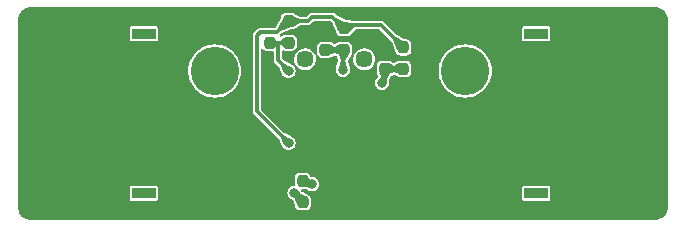
<source format=gbl>
G04 #@! TF.GenerationSoftware,KiCad,Pcbnew,8.0.1*
G04 #@! TF.CreationDate,2025-04-04T09:34:18-04:00*
G04 #@! TF.ProjectId,LVC_Custom,4c56435f-4375-4737-946f-6d2e6b696361,rev?*
G04 #@! TF.SameCoordinates,Original*
G04 #@! TF.FileFunction,Copper,L2,Bot*
G04 #@! TF.FilePolarity,Positive*
%FSLAX46Y46*%
G04 Gerber Fmt 4.6, Leading zero omitted, Abs format (unit mm)*
G04 Created by KiCad (PCBNEW 8.0.1) date 2025-04-04 09:34:18*
%MOMM*%
%LPD*%
G01*
G04 APERTURE LIST*
G04 Aperture macros list*
%AMRoundRect*
0 Rectangle with rounded corners*
0 $1 Rounding radius*
0 $2 $3 $4 $5 $6 $7 $8 $9 X,Y pos of 4 corners*
0 Add a 4 corners polygon primitive as box body*
4,1,4,$2,$3,$4,$5,$6,$7,$8,$9,$2,$3,0*
0 Add four circle primitives for the rounded corners*
1,1,$1+$1,$2,$3*
1,1,$1+$1,$4,$5*
1,1,$1+$1,$6,$7*
1,1,$1+$1,$8,$9*
0 Add four rect primitives between the rounded corners*
20,1,$1+$1,$2,$3,$4,$5,0*
20,1,$1+$1,$4,$5,$6,$7,0*
20,1,$1+$1,$6,$7,$8,$9,0*
20,1,$1+$1,$8,$9,$2,$3,0*%
G04 Aperture macros list end*
G04 #@! TA.AperFunction,ComponentPad*
%ADD10C,1.447800*%
G04 #@! TD*
G04 #@! TA.AperFunction,SMDPad,CuDef*
%ADD11RoundRect,0.237500X-0.237500X0.250000X-0.237500X-0.250000X0.237500X-0.250000X0.237500X0.250000X0*%
G04 #@! TD*
G04 #@! TA.AperFunction,ComponentPad*
%ADD12R,2.000000X0.900000*%
G04 #@! TD*
G04 #@! TA.AperFunction,ComponentPad*
%ADD13RoundRect,1.025000X-1.025000X1.025000X-1.025000X-1.025000X1.025000X-1.025000X1.025000X1.025000X0*%
G04 #@! TD*
G04 #@! TA.AperFunction,ComponentPad*
%ADD14C,4.100000*%
G04 #@! TD*
G04 #@! TA.AperFunction,SMDPad,CuDef*
%ADD15RoundRect,0.237500X0.237500X-0.250000X0.237500X0.250000X-0.237500X0.250000X-0.237500X-0.250000X0*%
G04 #@! TD*
G04 #@! TA.AperFunction,ComponentPad*
%ADD16RoundRect,1.025000X1.025000X-1.025000X1.025000X1.025000X-1.025000X1.025000X-1.025000X-1.025000X0*%
G04 #@! TD*
G04 #@! TA.AperFunction,ViaPad*
%ADD17C,0.800000*%
G04 #@! TD*
G04 #@! TA.AperFunction,Conductor*
%ADD18C,0.300000*%
G04 #@! TD*
G04 APERTURE END LIST*
D10*
X145300000Y-109401840D03*
X140300000Y-109401840D03*
D11*
X137300000Y-106175000D03*
X137300000Y-108000000D03*
D12*
X126650000Y-107250000D03*
X126650000Y-120750000D03*
D13*
X132650000Y-117600000D03*
D14*
X132650000Y-110400000D03*
D15*
X143590000Y-108612500D03*
X143590000Y-106787500D03*
X148600000Y-110225000D03*
X148600000Y-108400000D03*
X138910000Y-108000000D03*
X138910000Y-106175000D03*
D11*
X140100000Y-119687500D03*
X140100000Y-121512500D03*
D12*
X159850000Y-120750000D03*
X159850000Y-107250000D03*
D16*
X153850000Y-117600000D03*
D14*
X153850000Y-110400000D03*
D11*
X142000000Y-106787500D03*
X142000000Y-108612500D03*
D15*
X147030000Y-110225000D03*
X147030000Y-108400000D03*
D17*
X149300000Y-115400000D03*
X138000000Y-113500000D03*
X136800000Y-118800000D03*
X138900000Y-110400000D03*
X139400000Y-120700000D03*
X138900000Y-116500000D03*
X143500000Y-110300000D03*
X146800000Y-111400000D03*
X140900000Y-120000000D03*
D18*
X138000000Y-109500000D02*
X138900000Y-110400000D01*
X138000000Y-108000000D02*
X138000000Y-109500000D01*
X138000000Y-108000000D02*
X138910000Y-108000000D01*
X137300000Y-108000000D02*
X138000000Y-108000000D01*
X138000000Y-107000000D02*
X137900000Y-107100000D01*
X146687500Y-106487500D02*
X148600000Y-108400000D01*
X138910000Y-106175000D02*
X140525000Y-106175000D01*
X140100000Y-121400000D02*
X139400000Y-120700000D01*
X136200000Y-109600000D02*
X136200000Y-113800000D01*
X140525000Y-106175000D02*
X140900000Y-105800000D01*
X142602500Y-105800000D02*
X143590000Y-106787500D01*
X136200000Y-113800000D02*
X138900000Y-116500000D01*
X136500000Y-107100000D02*
X136200000Y-107400000D01*
X138825000Y-106175000D02*
X138000000Y-107000000D01*
X137900000Y-107100000D02*
X136500000Y-107100000D01*
X140900000Y-105800000D02*
X142602500Y-105800000D01*
X138910000Y-106175000D02*
X138825000Y-106175000D01*
X136200000Y-107400000D02*
X136200000Y-109600000D01*
X140100000Y-121512500D02*
X140100000Y-121400000D01*
X143590000Y-106787500D02*
X143890000Y-106487500D01*
X143890000Y-106487500D02*
X146687500Y-106487500D01*
X142000000Y-108612500D02*
X143590000Y-108612500D01*
X143500000Y-110300000D02*
X143500000Y-108702500D01*
X143500000Y-108702500D02*
X143590000Y-108612500D01*
X147030000Y-110225000D02*
X148600000Y-110225000D01*
X147030000Y-111170000D02*
X146800000Y-111400000D01*
X147030000Y-110225000D02*
X147030000Y-111170000D01*
X140587500Y-119687500D02*
X140900000Y-120000000D01*
X140100000Y-119687500D02*
X140587500Y-119687500D01*
G04 #@! TA.AperFunction,Conductor*
G36*
X170001224Y-105000030D02*
G01*
X170027839Y-105000682D01*
X170089724Y-105002198D01*
X170106613Y-105004070D01*
X170163581Y-105015401D01*
X170281428Y-105038842D01*
X170299989Y-105044473D01*
X170463530Y-105112214D01*
X170480643Y-105121361D01*
X170627818Y-105219700D01*
X170642821Y-105232012D01*
X170767987Y-105357178D01*
X170780299Y-105372181D01*
X170878638Y-105519356D01*
X170887786Y-105536471D01*
X170955524Y-105700003D01*
X170961158Y-105718576D01*
X170995929Y-105893386D01*
X170997801Y-105910273D01*
X170999970Y-105998774D01*
X171000000Y-106001200D01*
X171000000Y-121998799D01*
X170999970Y-122001225D01*
X170997801Y-122089726D01*
X170995929Y-122106613D01*
X170961158Y-122281423D01*
X170955524Y-122299996D01*
X170887786Y-122463528D01*
X170878638Y-122480643D01*
X170780299Y-122627818D01*
X170767987Y-122642821D01*
X170642821Y-122767987D01*
X170627818Y-122780299D01*
X170480643Y-122878638D01*
X170463528Y-122887786D01*
X170299996Y-122955524D01*
X170281423Y-122961158D01*
X170106613Y-122995929D01*
X170089726Y-122997801D01*
X170004410Y-122999891D01*
X170001223Y-122999970D01*
X169998800Y-123000000D01*
X117001200Y-123000000D01*
X116998776Y-122999970D01*
X116995505Y-122999889D01*
X116910273Y-122997801D01*
X116893386Y-122995929D01*
X116718576Y-122961158D01*
X116700003Y-122955524D01*
X116536471Y-122887786D01*
X116519356Y-122878638D01*
X116372181Y-122780299D01*
X116357178Y-122767987D01*
X116232012Y-122642821D01*
X116219700Y-122627818D01*
X116121361Y-122480643D01*
X116112213Y-122463528D01*
X116044473Y-122299989D01*
X116038842Y-122281428D01*
X116004070Y-122106613D01*
X116002198Y-122089724D01*
X116000030Y-122001223D01*
X116000000Y-121998799D01*
X116000000Y-121219746D01*
X125449500Y-121219746D01*
X125449501Y-121219758D01*
X125461132Y-121278227D01*
X125461134Y-121278233D01*
X125499008Y-121334914D01*
X125505448Y-121344552D01*
X125571769Y-121388867D01*
X125616231Y-121397711D01*
X125630241Y-121400498D01*
X125630246Y-121400498D01*
X125630252Y-121400500D01*
X125630253Y-121400500D01*
X127669747Y-121400500D01*
X127669748Y-121400500D01*
X127728231Y-121388867D01*
X127794552Y-121344552D01*
X127838867Y-121278231D01*
X127850500Y-121219748D01*
X127850500Y-120700000D01*
X138794318Y-120700000D01*
X138814955Y-120856758D01*
X138814957Y-120856766D01*
X138875462Y-121002838D01*
X138875462Y-121002839D01*
X138971713Y-121128276D01*
X138971718Y-121128282D01*
X138971722Y-121128285D01*
X138971723Y-121128286D01*
X139097157Y-121224535D01*
X139097158Y-121224535D01*
X139097159Y-121224536D01*
X139113350Y-121231242D01*
X139137621Y-121241296D01*
X139160009Y-121254222D01*
X139165828Y-121258688D01*
X139165833Y-121258690D01*
X139165834Y-121258691D01*
X139233805Y-121292217D01*
X139277629Y-121334914D01*
X139283107Y-121347324D01*
X139418595Y-121721823D01*
X139424500Y-121755503D01*
X139424500Y-121815266D01*
X139427274Y-121844844D01*
X139427276Y-121844852D01*
X139470884Y-121969476D01*
X139494316Y-122001225D01*
X139549289Y-122075711D01*
X139549292Y-122075713D01*
X139549293Y-122075714D01*
X139655523Y-122154115D01*
X139655524Y-122154115D01*
X139655525Y-122154116D01*
X139780151Y-122197725D01*
X139807441Y-122200284D01*
X139809733Y-122200499D01*
X139809738Y-122200500D01*
X139809744Y-122200500D01*
X140390262Y-122200500D01*
X140390265Y-122200499D01*
X140419849Y-122197725D01*
X140544475Y-122154116D01*
X140650711Y-122075711D01*
X140729116Y-121969475D01*
X140772725Y-121844849D01*
X140775500Y-121815256D01*
X140775500Y-121219746D01*
X158649500Y-121219746D01*
X158649501Y-121219758D01*
X158661132Y-121278227D01*
X158661134Y-121278233D01*
X158699008Y-121334914D01*
X158705448Y-121344552D01*
X158771769Y-121388867D01*
X158816231Y-121397711D01*
X158830241Y-121400498D01*
X158830246Y-121400498D01*
X158830252Y-121400500D01*
X158830253Y-121400500D01*
X160869747Y-121400500D01*
X160869748Y-121400500D01*
X160928231Y-121388867D01*
X160994552Y-121344552D01*
X161038867Y-121278231D01*
X161050500Y-121219748D01*
X161050500Y-120280252D01*
X161048803Y-120271723D01*
X161047711Y-120266231D01*
X161038867Y-120221769D01*
X160994552Y-120155448D01*
X160933954Y-120114957D01*
X160928233Y-120111134D01*
X160928231Y-120111133D01*
X160928228Y-120111132D01*
X160928227Y-120111132D01*
X160869758Y-120099501D01*
X160869748Y-120099500D01*
X158830252Y-120099500D01*
X158830251Y-120099500D01*
X158830241Y-120099501D01*
X158771772Y-120111132D01*
X158771766Y-120111134D01*
X158705451Y-120155445D01*
X158705445Y-120155451D01*
X158661134Y-120221766D01*
X158661132Y-120221772D01*
X158649501Y-120280241D01*
X158649500Y-120280253D01*
X158649500Y-121219746D01*
X140775500Y-121219746D01*
X140775500Y-121209744D01*
X140775500Y-121209738D01*
X140775499Y-121209733D01*
X140772725Y-121180155D01*
X140772725Y-121180151D01*
X140729116Y-121055525D01*
X140690232Y-121002839D01*
X140650714Y-120949293D01*
X140650713Y-120949292D01*
X140650711Y-120949289D01*
X140650706Y-120949285D01*
X140544476Y-120870884D01*
X140419852Y-120827276D01*
X140419851Y-120827275D01*
X140419849Y-120827275D01*
X140419847Y-120827274D01*
X140419844Y-120827274D01*
X140390266Y-120824500D01*
X140387950Y-120824392D01*
X140387955Y-120824283D01*
X140387950Y-120824283D01*
X140387960Y-120824174D01*
X140387996Y-120823406D01*
X140346277Y-120813090D01*
X140082467Y-120674119D01*
X140039821Y-120630322D01*
X139987645Y-120524537D01*
X139984565Y-120518292D01*
X139975782Y-120457740D01*
X140004267Y-120403590D01*
X140059141Y-120376525D01*
X140073353Y-120375500D01*
X140343994Y-120375500D01*
X140348592Y-120375607D01*
X140381542Y-120377139D01*
X140381487Y-120378314D01*
X140435424Y-120392793D01*
X140455067Y-120409585D01*
X140458432Y-120413326D01*
X140458436Y-120413330D01*
X140462566Y-120417773D01*
X140462355Y-120417968D01*
X140470190Y-120426291D01*
X140471718Y-120428282D01*
X140597159Y-120524536D01*
X140597160Y-120524536D01*
X140597161Y-120524537D01*
X140743233Y-120585042D01*
X140743238Y-120585044D01*
X140860809Y-120600522D01*
X140899999Y-120605682D01*
X140900000Y-120605682D01*
X140900001Y-120605682D01*
X140931352Y-120601554D01*
X141056762Y-120585044D01*
X141202841Y-120524536D01*
X141328282Y-120428282D01*
X141424536Y-120302841D01*
X141485044Y-120156762D01*
X141505682Y-120000000D01*
X141485044Y-119843238D01*
X141424537Y-119697161D01*
X141424537Y-119697160D01*
X141328286Y-119571723D01*
X141328285Y-119571722D01*
X141328282Y-119571718D01*
X141328277Y-119571714D01*
X141328276Y-119571713D01*
X141202838Y-119475462D01*
X141056762Y-119414956D01*
X141056762Y-119414955D01*
X140922503Y-119397280D01*
X140913261Y-119395309D01*
X140913259Y-119395324D01*
X140908481Y-119394399D01*
X140894213Y-119393069D01*
X140838030Y-119368840D01*
X140827307Y-119357820D01*
X140746159Y-119260297D01*
X140732914Y-119236908D01*
X140732582Y-119237084D01*
X140729118Y-119230530D01*
X140729116Y-119230525D01*
X140650711Y-119124289D01*
X140650706Y-119124285D01*
X140544476Y-119045884D01*
X140419852Y-119002276D01*
X140419851Y-119002275D01*
X140419849Y-119002275D01*
X140419847Y-119002274D01*
X140419844Y-119002274D01*
X140390266Y-118999500D01*
X140390256Y-118999500D01*
X139809744Y-118999500D01*
X139809733Y-118999500D01*
X139780155Y-119002274D01*
X139780147Y-119002276D01*
X139655523Y-119045884D01*
X139549293Y-119124285D01*
X139549285Y-119124293D01*
X139470884Y-119230523D01*
X139427276Y-119355147D01*
X139427274Y-119355155D01*
X139424500Y-119384733D01*
X139424500Y-119990253D01*
X139424937Y-119994913D01*
X139411545Y-120054615D01*
X139365619Y-120095044D01*
X139339292Y-120102310D01*
X139243240Y-120114955D01*
X139243233Y-120114957D01*
X139097161Y-120175462D01*
X139097160Y-120175462D01*
X138971723Y-120271713D01*
X138971713Y-120271723D01*
X138875462Y-120397160D01*
X138875462Y-120397161D01*
X138814957Y-120543233D01*
X138814955Y-120543241D01*
X138794318Y-120699999D01*
X138794318Y-120700000D01*
X127850500Y-120700000D01*
X127850500Y-120280252D01*
X127848803Y-120271723D01*
X127847711Y-120266231D01*
X127838867Y-120221769D01*
X127794552Y-120155448D01*
X127733954Y-120114957D01*
X127728233Y-120111134D01*
X127728231Y-120111133D01*
X127728228Y-120111132D01*
X127728227Y-120111132D01*
X127669758Y-120099501D01*
X127669748Y-120099500D01*
X125630252Y-120099500D01*
X125630251Y-120099500D01*
X125630241Y-120099501D01*
X125571772Y-120111132D01*
X125571766Y-120111134D01*
X125505451Y-120155445D01*
X125505445Y-120155451D01*
X125461134Y-120221766D01*
X125461132Y-120221772D01*
X125449501Y-120280241D01*
X125449500Y-120280253D01*
X125449500Y-121219746D01*
X116000000Y-121219746D01*
X116000000Y-113846144D01*
X135849500Y-113846144D01*
X135873386Y-113935288D01*
X135919530Y-114015212D01*
X137544835Y-115640517D01*
X138040517Y-116136199D01*
X138059300Y-116162410D01*
X138341309Y-116734168D01*
X138341312Y-116734173D01*
X138347005Y-116741857D01*
X138358919Y-116762900D01*
X138375464Y-116802841D01*
X138471718Y-116928282D01*
X138597159Y-117024536D01*
X138743238Y-117085044D01*
X138860809Y-117100522D01*
X138899999Y-117105682D01*
X138900000Y-117105682D01*
X138900001Y-117105682D01*
X138931352Y-117101554D01*
X139056762Y-117085044D01*
X139202841Y-117024536D01*
X139328282Y-116928282D01*
X139424536Y-116802841D01*
X139485044Y-116656762D01*
X139505682Y-116500000D01*
X139485044Y-116343238D01*
X139424537Y-116197161D01*
X139424537Y-116197160D01*
X139328286Y-116071723D01*
X139328285Y-116071722D01*
X139328282Y-116071718D01*
X139328277Y-116071714D01*
X139328276Y-116071713D01*
X139274897Y-116030754D01*
X139202841Y-115975464D01*
X139202839Y-115975463D01*
X139162375Y-115958702D01*
X139139989Y-115945776D01*
X139134171Y-115941311D01*
X139134169Y-115941310D01*
X139134168Y-115941309D01*
X139134164Y-115941307D01*
X138562410Y-115659300D01*
X138536199Y-115640517D01*
X136579496Y-113683814D01*
X136551719Y-113629297D01*
X136550500Y-113613810D01*
X136550500Y-111400000D01*
X146194318Y-111400000D01*
X146214955Y-111556758D01*
X146214957Y-111556766D01*
X146275462Y-111702838D01*
X146275462Y-111702839D01*
X146371713Y-111828276D01*
X146371718Y-111828282D01*
X146497159Y-111924536D01*
X146643238Y-111985044D01*
X146760809Y-112000522D01*
X146799999Y-112005682D01*
X146800000Y-112005682D01*
X146800001Y-112005682D01*
X146831352Y-112001554D01*
X146956762Y-111985044D01*
X147102841Y-111924536D01*
X147228282Y-111828282D01*
X147324536Y-111702841D01*
X147385044Y-111556762D01*
X147405682Y-111400000D01*
X147405682Y-111399998D01*
X147405682Y-111397353D01*
X147405373Y-111387144D01*
X147405220Y-111387149D01*
X147401212Y-111243241D01*
X147400605Y-111221437D01*
X147411115Y-111174218D01*
X147583586Y-110831130D01*
X147626612Y-110787632D01*
X147769754Y-110714078D01*
X147830149Y-110704300D01*
X147860243Y-110714078D01*
X148144831Y-110860316D01*
X148151887Y-110864693D01*
X148156774Y-110867276D01*
X148166514Y-110871458D01*
X148168622Y-110872541D01*
X148207301Y-110885044D01*
X148217853Y-110888455D01*
X148220095Y-110889210D01*
X148280151Y-110910225D01*
X148307441Y-110912784D01*
X148309733Y-110912999D01*
X148309738Y-110913000D01*
X148309744Y-110913000D01*
X148890262Y-110913000D01*
X148890265Y-110912999D01*
X148919849Y-110910225D01*
X149044475Y-110866616D01*
X149150711Y-110788211D01*
X149229116Y-110681975D01*
X149272725Y-110557349D01*
X149275500Y-110527756D01*
X149275500Y-110400000D01*
X151594671Y-110400000D01*
X151613965Y-110694377D01*
X151635431Y-110802293D01*
X151671519Y-110983722D01*
X151671520Y-110983726D01*
X151671521Y-110983729D01*
X151766347Y-111263075D01*
X151766352Y-111263086D01*
X151896828Y-111527665D01*
X152060724Y-111772953D01*
X152060734Y-111772965D01*
X152193659Y-111924537D01*
X152255242Y-111994758D01*
X152477043Y-112189273D01*
X152722335Y-112353172D01*
X152986923Y-112483652D01*
X153266278Y-112578481D01*
X153555620Y-112636034D01*
X153850000Y-112655329D01*
X154144380Y-112636034D01*
X154433722Y-112578481D01*
X154713077Y-112483652D01*
X154977665Y-112353172D01*
X155222957Y-112189273D01*
X155444758Y-111994758D01*
X155639273Y-111772957D01*
X155803172Y-111527665D01*
X155933652Y-111263077D01*
X156028481Y-110983722D01*
X156086034Y-110694380D01*
X156105329Y-110400000D01*
X156086034Y-110105620D01*
X156028481Y-109816278D01*
X155933652Y-109536923D01*
X155803172Y-109272336D01*
X155639273Y-109027043D01*
X155490127Y-108856975D01*
X155444766Y-108805251D01*
X155444765Y-108805250D01*
X155444758Y-108805242D01*
X155371383Y-108740894D01*
X155222965Y-108610734D01*
X155222955Y-108610726D01*
X155151844Y-108563211D01*
X154977665Y-108446828D01*
X154713086Y-108316352D01*
X154713075Y-108316347D01*
X154433729Y-108221521D01*
X154433726Y-108221520D01*
X154433722Y-108221519D01*
X154259805Y-108186925D01*
X154144377Y-108163965D01*
X153850000Y-108144671D01*
X153555622Y-108163965D01*
X153383258Y-108198250D01*
X153266278Y-108221519D01*
X153266275Y-108221519D01*
X153266270Y-108221521D01*
X152986924Y-108316347D01*
X152986913Y-108316352D01*
X152722336Y-108446827D01*
X152477043Y-108610726D01*
X152477034Y-108610734D01*
X152255251Y-108805233D01*
X152255233Y-108805251D01*
X152060734Y-109027034D01*
X152060726Y-109027043D01*
X151896827Y-109272336D01*
X151766352Y-109536913D01*
X151766347Y-109536924D01*
X151671521Y-109816270D01*
X151671519Y-109816275D01*
X151671519Y-109816278D01*
X151650443Y-109922238D01*
X151613965Y-110105622D01*
X151594671Y-110399999D01*
X151594671Y-110400000D01*
X149275500Y-110400000D01*
X149275500Y-109922244D01*
X149275500Y-109922238D01*
X149275499Y-109922233D01*
X149272725Y-109892655D01*
X149272725Y-109892651D01*
X149229116Y-109768025D01*
X149205419Y-109735917D01*
X149150714Y-109661793D01*
X149150713Y-109661792D01*
X149150711Y-109661789D01*
X149150706Y-109661785D01*
X149044476Y-109583384D01*
X148919852Y-109539776D01*
X148919851Y-109539775D01*
X148919849Y-109539775D01*
X148919847Y-109539774D01*
X148919844Y-109539774D01*
X148890266Y-109537000D01*
X148890256Y-109537000D01*
X148309744Y-109537000D01*
X148309733Y-109537000D01*
X148280154Y-109539774D01*
X148280151Y-109539774D01*
X148280151Y-109539775D01*
X148261949Y-109546144D01*
X148192283Y-109570521D01*
X148186791Y-109572265D01*
X148168616Y-109577459D01*
X148166493Y-109578550D01*
X148156768Y-109582726D01*
X148151874Y-109585313D01*
X148144837Y-109589678D01*
X147860245Y-109735917D01*
X147799847Y-109745696D01*
X147769750Y-109735917D01*
X147485171Y-109589684D01*
X147478134Y-109585318D01*
X147473236Y-109582729D01*
X147463493Y-109578544D01*
X147461380Y-109577458D01*
X147412288Y-109561592D01*
X147410038Y-109560835D01*
X147353013Y-109540882D01*
X147349849Y-109539775D01*
X147349848Y-109539774D01*
X147349846Y-109539774D01*
X147320266Y-109537000D01*
X147320256Y-109537000D01*
X146739744Y-109537000D01*
X146739733Y-109537000D01*
X146710155Y-109539774D01*
X146710147Y-109539776D01*
X146585523Y-109583384D01*
X146479293Y-109661785D01*
X146479285Y-109661793D01*
X146400884Y-109768023D01*
X146357276Y-109892647D01*
X146357274Y-109892655D01*
X146354500Y-109922233D01*
X146354500Y-110527766D01*
X146357274Y-110557344D01*
X146357276Y-110557352D01*
X146400882Y-110681971D01*
X146400884Y-110681975D01*
X146425008Y-110714663D01*
X146427858Y-110718736D01*
X146455278Y-110760085D01*
X146471680Y-110819030D01*
X146450303Y-110876360D01*
X146448818Y-110878185D01*
X146366132Y-110977386D01*
X146365723Y-110978098D01*
X146358432Y-110989032D01*
X146275465Y-111097157D01*
X146275463Y-111097160D01*
X146243545Y-111174218D01*
X146223986Y-111221439D01*
X146214957Y-111243236D01*
X146214955Y-111243241D01*
X146194318Y-111399999D01*
X146194318Y-111400000D01*
X136550500Y-111400000D01*
X136550500Y-108594718D01*
X136569407Y-108536527D01*
X136618907Y-108500563D01*
X136680093Y-108500563D01*
X136729155Y-108535930D01*
X136749289Y-108563211D01*
X136749292Y-108563213D01*
X136749293Y-108563214D01*
X136855523Y-108641615D01*
X136855524Y-108641615D01*
X136855525Y-108641616D01*
X136980151Y-108685225D01*
X137007441Y-108687784D01*
X137009733Y-108687999D01*
X137009738Y-108688000D01*
X137550500Y-108688000D01*
X137608691Y-108706907D01*
X137644655Y-108756407D01*
X137649500Y-108787000D01*
X137649500Y-109546146D01*
X137662336Y-109594048D01*
X137662336Y-109594050D01*
X137662337Y-109594050D01*
X137662337Y-109594051D01*
X137673386Y-109635288D01*
X137719530Y-109715212D01*
X137719532Y-109715214D01*
X138040517Y-110036200D01*
X138059300Y-110062410D01*
X138341309Y-110634168D01*
X138341312Y-110634173D01*
X138347005Y-110641857D01*
X138358919Y-110662900D01*
X138375464Y-110702841D01*
X138375465Y-110702843D01*
X138375466Y-110702844D01*
X138468843Y-110824536D01*
X138471718Y-110828282D01*
X138471722Y-110828285D01*
X138471723Y-110828286D01*
X138501082Y-110850813D01*
X138597159Y-110924536D01*
X138743238Y-110985044D01*
X138860809Y-111000522D01*
X138899999Y-111005682D01*
X138900000Y-111005682D01*
X138900001Y-111005682D01*
X138931352Y-111001554D01*
X139056762Y-110985044D01*
X139202841Y-110924536D01*
X139328282Y-110828282D01*
X139424536Y-110702841D01*
X139485044Y-110556762D01*
X139505682Y-110400000D01*
X139485044Y-110243238D01*
X139425528Y-110099556D01*
X139420728Y-110038560D01*
X139422736Y-110035281D01*
X139389497Y-110031788D01*
X139351222Y-110001614D01*
X139328286Y-109971723D01*
X139328285Y-109971722D01*
X139328282Y-109971718D01*
X139328277Y-109971714D01*
X139328276Y-109971713D01*
X139263792Y-109922233D01*
X139202841Y-109875464D01*
X139202839Y-109875463D01*
X139162375Y-109858702D01*
X139139989Y-109845776D01*
X139134171Y-109841311D01*
X139134169Y-109841310D01*
X139134168Y-109841309D01*
X139134164Y-109841307D01*
X138562410Y-109559300D01*
X138536199Y-109540517D01*
X138397522Y-109401840D01*
X139370508Y-109401840D01*
X139390710Y-109594051D01*
X139390820Y-109595092D01*
X139450867Y-109779898D01*
X139515501Y-109891849D01*
X139528222Y-109951696D01*
X139521850Y-109966007D01*
X139568720Y-109977260D01*
X139590564Y-109995427D01*
X139678042Y-110092582D01*
X139678043Y-110092583D01*
X139678047Y-110092585D01*
X139678048Y-110092587D01*
X139835254Y-110206804D01*
X139835259Y-110206806D01*
X139835264Y-110206809D01*
X140012764Y-110285836D01*
X140012771Y-110285839D01*
X140202842Y-110326240D01*
X140202845Y-110326240D01*
X140397155Y-110326240D01*
X140397158Y-110326240D01*
X140587229Y-110285839D01*
X140764746Y-110206804D01*
X140921952Y-110092587D01*
X141051975Y-109948182D01*
X141149133Y-109779898D01*
X141209180Y-109595092D01*
X141229492Y-109401840D01*
X141209180Y-109208588D01*
X141188547Y-109145089D01*
X141188547Y-109083905D01*
X141206358Y-109059388D01*
X141165012Y-109041254D01*
X141150463Y-109023389D01*
X141306990Y-109023389D01*
X141340892Y-109034404D01*
X141366264Y-109063663D01*
X141366478Y-109063506D01*
X141368481Y-109066221D01*
X141370229Y-109068236D01*
X141370885Y-109069477D01*
X141449285Y-109175706D01*
X141449289Y-109175711D01*
X141449292Y-109175713D01*
X141449293Y-109175714D01*
X141555523Y-109254115D01*
X141555524Y-109254115D01*
X141555525Y-109254116D01*
X141680151Y-109297725D01*
X141707441Y-109300284D01*
X141709733Y-109300499D01*
X141709738Y-109300500D01*
X141709744Y-109300500D01*
X142290262Y-109300500D01*
X142290265Y-109300499D01*
X142319849Y-109297725D01*
X142407746Y-109266967D01*
X142413214Y-109265230D01*
X142431377Y-109260041D01*
X142433464Y-109258968D01*
X142443216Y-109254779D01*
X142444462Y-109254120D01*
X142444475Y-109254116D01*
X142444485Y-109254108D01*
X142448120Y-109252188D01*
X142455167Y-109247815D01*
X142749754Y-109096439D01*
X142810150Y-109086661D01*
X142840243Y-109096439D01*
X142957491Y-109156687D01*
X143000607Y-109200100D01*
X143005716Y-109212124D01*
X143108541Y-109506782D01*
X143109862Y-109567953D01*
X143108817Y-109571216D01*
X142939362Y-110070529D01*
X142939361Y-110070535D01*
X142937949Y-110080013D01*
X142931495Y-110103306D01*
X142914956Y-110143237D01*
X142914955Y-110143238D01*
X142894318Y-110299999D01*
X142894318Y-110300000D01*
X142914955Y-110456758D01*
X142914957Y-110456766D01*
X142975462Y-110602838D01*
X142975462Y-110602839D01*
X143064393Y-110718736D01*
X143071718Y-110728282D01*
X143197159Y-110824536D01*
X143197160Y-110824536D01*
X143197161Y-110824537D01*
X143322273Y-110876360D01*
X143343238Y-110885044D01*
X143460809Y-110900522D01*
X143499999Y-110905682D01*
X143500000Y-110905682D01*
X143500001Y-110905682D01*
X143531352Y-110901554D01*
X143656762Y-110885044D01*
X143802841Y-110824536D01*
X143928282Y-110728282D01*
X144024536Y-110602841D01*
X144085044Y-110456762D01*
X144105682Y-110300000D01*
X144085044Y-110143238D01*
X144068282Y-110102771D01*
X144061593Y-110077801D01*
X144060637Y-110070532D01*
X143908161Y-109621251D01*
X143907365Y-109560073D01*
X143918425Y-109536228D01*
X144004100Y-109401840D01*
X144370508Y-109401840D01*
X144390710Y-109594051D01*
X144390820Y-109595092D01*
X144450867Y-109779898D01*
X144548025Y-109948182D01*
X144678048Y-110092587D01*
X144835254Y-110206804D01*
X144835259Y-110206806D01*
X144835264Y-110206809D01*
X145012764Y-110285836D01*
X145012771Y-110285839D01*
X145202842Y-110326240D01*
X145202845Y-110326240D01*
X145397155Y-110326240D01*
X145397158Y-110326240D01*
X145587229Y-110285839D01*
X145764746Y-110206804D01*
X145921952Y-110092587D01*
X146051975Y-109948182D01*
X146149133Y-109779898D01*
X146209180Y-109595092D01*
X146229492Y-109401840D01*
X146209180Y-109208588D01*
X146149133Y-109023782D01*
X146051975Y-108855498D01*
X145921952Y-108711093D01*
X145764746Y-108596876D01*
X145764742Y-108596874D01*
X145764735Y-108596870D01*
X145587235Y-108517843D01*
X145587230Y-108517841D01*
X145587229Y-108517841D01*
X145587226Y-108517840D01*
X145587225Y-108517840D01*
X145551073Y-108510155D01*
X145397158Y-108477440D01*
X145202842Y-108477440D01*
X145081642Y-108503201D01*
X145012774Y-108517840D01*
X145012764Y-108517843D01*
X144835264Y-108596870D01*
X144835257Y-108596874D01*
X144678046Y-108711094D01*
X144558824Y-108843504D01*
X144548025Y-108855498D01*
X144450867Y-109023782D01*
X144425920Y-109100560D01*
X144390820Y-109208586D01*
X144370508Y-109401840D01*
X144004100Y-109401840D01*
X144194378Y-109103375D01*
X144198165Y-109097861D01*
X144219116Y-109069475D01*
X144262725Y-108944849D01*
X144265500Y-108915256D01*
X144265500Y-108309744D01*
X144265500Y-108309738D01*
X144265499Y-108309733D01*
X144262725Y-108280155D01*
X144262725Y-108280151D01*
X144219116Y-108155525D01*
X144211105Y-108144671D01*
X144140714Y-108049293D01*
X144140713Y-108049292D01*
X144140711Y-108049289D01*
X144140706Y-108049285D01*
X144034476Y-107970884D01*
X143909852Y-107927276D01*
X143909851Y-107927275D01*
X143909849Y-107927275D01*
X143909847Y-107927274D01*
X143909844Y-107927274D01*
X143880266Y-107924500D01*
X143880256Y-107924500D01*
X143299744Y-107924500D01*
X143299733Y-107924500D01*
X143270154Y-107927274D01*
X143182283Y-107958021D01*
X143176791Y-107959765D01*
X143158616Y-107964959D01*
X143156493Y-107966050D01*
X143146768Y-107970226D01*
X143141878Y-107972811D01*
X143134838Y-107977178D01*
X142840246Y-108128556D01*
X142779847Y-108138335D01*
X142749750Y-108128556D01*
X142455171Y-107977184D01*
X142448134Y-107972818D01*
X142443236Y-107970229D01*
X142433493Y-107966044D01*
X142431380Y-107964958D01*
X142382288Y-107949092D01*
X142380038Y-107948335D01*
X142319846Y-107927274D01*
X142290266Y-107924500D01*
X142290256Y-107924500D01*
X141709744Y-107924500D01*
X141709733Y-107924500D01*
X141680155Y-107927274D01*
X141680147Y-107927276D01*
X141555523Y-107970884D01*
X141449293Y-108049285D01*
X141449285Y-108049293D01*
X141370884Y-108155523D01*
X141327276Y-108280147D01*
X141327274Y-108280155D01*
X141324500Y-108309733D01*
X141324500Y-108915266D01*
X141327274Y-108944850D01*
X141327569Y-108946198D01*
X141327482Y-108947066D01*
X141327837Y-108950846D01*
X141327099Y-108950915D01*
X141321510Y-109007083D01*
X141306990Y-109023389D01*
X141150463Y-109023389D01*
X141145113Y-109016820D01*
X141051975Y-108855498D01*
X140921952Y-108711093D01*
X140764746Y-108596876D01*
X140764742Y-108596874D01*
X140764735Y-108596870D01*
X140587235Y-108517843D01*
X140587230Y-108517841D01*
X140587229Y-108517841D01*
X140587226Y-108517840D01*
X140587225Y-108517840D01*
X140551073Y-108510155D01*
X140397158Y-108477440D01*
X140202842Y-108477440D01*
X140081642Y-108503201D01*
X140012774Y-108517840D01*
X140012764Y-108517843D01*
X139835264Y-108596870D01*
X139835257Y-108596874D01*
X139678046Y-108711094D01*
X139558824Y-108843504D01*
X139548025Y-108855498D01*
X139450867Y-109023782D01*
X139425920Y-109100560D01*
X139390820Y-109208586D01*
X139370508Y-109401840D01*
X138397522Y-109401840D01*
X138379496Y-109383814D01*
X138351719Y-109329297D01*
X138350500Y-109313810D01*
X138350500Y-108740894D01*
X138369407Y-108682703D01*
X138418907Y-108646739D01*
X138480093Y-108646739D01*
X138482181Y-108647444D01*
X138590151Y-108685225D01*
X138617441Y-108687784D01*
X138619733Y-108687999D01*
X138619738Y-108688000D01*
X138619744Y-108688000D01*
X139200262Y-108688000D01*
X139200265Y-108687999D01*
X139229849Y-108685225D01*
X139354475Y-108641616D01*
X139460711Y-108563211D01*
X139539116Y-108456975D01*
X139582725Y-108332349D01*
X139585500Y-108302756D01*
X139585500Y-107697244D01*
X139585500Y-107697238D01*
X139585499Y-107697233D01*
X139582725Y-107667655D01*
X139582725Y-107667651D01*
X139539116Y-107543025D01*
X139503041Y-107494145D01*
X139460714Y-107436793D01*
X139460713Y-107436792D01*
X139460711Y-107436789D01*
X139460706Y-107436785D01*
X139354476Y-107358384D01*
X139229852Y-107314776D01*
X139229851Y-107314775D01*
X139229849Y-107314775D01*
X139229847Y-107314774D01*
X139229844Y-107314774D01*
X139200266Y-107312000D01*
X139200256Y-107312000D01*
X138619744Y-107312000D01*
X138619733Y-107312000D01*
X138590155Y-107314774D01*
X138590147Y-107314776D01*
X138465528Y-107358382D01*
X138465523Y-107358385D01*
X138398019Y-107408204D01*
X138382841Y-107416994D01*
X138382844Y-107417000D01*
X138382430Y-107417232D01*
X138379071Y-107419178D01*
X138378854Y-107419273D01*
X138378606Y-107419382D01*
X138378599Y-107419386D01*
X138297277Y-107476280D01*
X138238758Y-107494145D01*
X138180914Y-107474202D01*
X138145840Y-107424067D01*
X138146933Y-107362892D01*
X138170518Y-107325162D01*
X138201288Y-107294391D01*
X138201291Y-107294390D01*
X138215211Y-107280470D01*
X138215212Y-107280470D01*
X138322915Y-107172765D01*
X138358295Y-107150022D01*
X139110582Y-106869249D01*
X139145199Y-106863000D01*
X139200262Y-106863000D01*
X139200265Y-106862999D01*
X139229849Y-106860225D01*
X139317746Y-106829467D01*
X139323214Y-106827730D01*
X139341377Y-106822541D01*
X139343464Y-106821468D01*
X139353216Y-106817279D01*
X139354462Y-106816620D01*
X139354475Y-106816616D01*
X139354485Y-106816607D01*
X139358123Y-106814686D01*
X139365173Y-106810312D01*
X139752791Y-106611133D01*
X139898139Y-106536445D01*
X139943386Y-106525500D01*
X140571142Y-106525500D01*
X140571144Y-106525500D01*
X140660288Y-106501614D01*
X140740212Y-106455470D01*
X140942582Y-106253100D01*
X141016187Y-106179496D01*
X141070703Y-106151719D01*
X141086190Y-106150500D01*
X142416310Y-106150500D01*
X142474501Y-106169407D01*
X142486314Y-106179496D01*
X142547114Y-106240296D01*
X142567361Y-106269608D01*
X142834908Y-106863000D01*
X142905751Y-107020121D01*
X142914500Y-107060813D01*
X142914500Y-107090266D01*
X142917274Y-107119844D01*
X142917276Y-107119852D01*
X142960884Y-107244476D01*
X143012767Y-107314775D01*
X143039289Y-107350711D01*
X143039292Y-107350713D01*
X143039293Y-107350714D01*
X143145523Y-107429115D01*
X143145524Y-107429115D01*
X143145525Y-107429116D01*
X143270151Y-107472725D01*
X143297441Y-107475284D01*
X143299733Y-107475499D01*
X143299738Y-107475500D01*
X143299744Y-107475500D01*
X143880262Y-107475500D01*
X143880265Y-107475499D01*
X143909849Y-107472725D01*
X144034475Y-107429116D01*
X144140711Y-107350711D01*
X144195845Y-107276005D01*
X144204602Y-107265699D01*
X144592438Y-106867890D01*
X144646597Y-106839423D01*
X144663324Y-106838000D01*
X146501310Y-106838000D01*
X146559501Y-106856907D01*
X146571314Y-106866996D01*
X147557114Y-107852796D01*
X147577361Y-107882108D01*
X147617093Y-107970229D01*
X147905882Y-108610734D01*
X147915751Y-108632621D01*
X147924500Y-108673313D01*
X147924500Y-108702766D01*
X147927274Y-108732344D01*
X147927276Y-108732352D01*
X147970884Y-108856976D01*
X148040163Y-108950846D01*
X148049289Y-108963211D01*
X148049292Y-108963213D01*
X148049293Y-108963214D01*
X148155523Y-109041615D01*
X148155524Y-109041615D01*
X148155525Y-109041616D01*
X148280151Y-109085225D01*
X148307441Y-109087784D01*
X148309733Y-109087999D01*
X148309738Y-109088000D01*
X148309744Y-109088000D01*
X148890262Y-109088000D01*
X148890265Y-109087999D01*
X148919849Y-109085225D01*
X149044475Y-109041616D01*
X149150711Y-108963211D01*
X149229116Y-108856975D01*
X149272725Y-108732349D01*
X149275500Y-108702756D01*
X149275500Y-108097244D01*
X149275500Y-108097238D01*
X149275499Y-108097233D01*
X149272725Y-108067655D01*
X149272725Y-108067651D01*
X149229116Y-107943025D01*
X149217491Y-107927274D01*
X149150714Y-107836793D01*
X149150713Y-107836792D01*
X149150711Y-107836789D01*
X149150706Y-107836785D01*
X149044476Y-107758384D01*
X148934055Y-107719746D01*
X158649500Y-107719746D01*
X158649501Y-107719758D01*
X158661132Y-107778227D01*
X158661134Y-107778233D01*
X158705445Y-107844548D01*
X158705448Y-107844552D01*
X158771769Y-107888867D01*
X158816231Y-107897711D01*
X158830241Y-107900498D01*
X158830246Y-107900498D01*
X158830252Y-107900500D01*
X158830253Y-107900500D01*
X160869747Y-107900500D01*
X160869748Y-107900500D01*
X160928231Y-107888867D01*
X160994552Y-107844552D01*
X161038867Y-107778231D01*
X161050500Y-107719748D01*
X161050500Y-106780252D01*
X161038867Y-106721769D01*
X160994552Y-106655448D01*
X160994548Y-106655445D01*
X160928233Y-106611134D01*
X160928231Y-106611133D01*
X160928228Y-106611132D01*
X160928227Y-106611132D01*
X160869758Y-106599501D01*
X160869748Y-106599500D01*
X158830252Y-106599500D01*
X158830251Y-106599500D01*
X158830241Y-106599501D01*
X158771772Y-106611132D01*
X158771766Y-106611134D01*
X158705451Y-106655445D01*
X158705445Y-106655451D01*
X158661134Y-106721766D01*
X158661132Y-106721772D01*
X158649501Y-106780241D01*
X158649500Y-106780253D01*
X158649500Y-107719746D01*
X148934055Y-107719746D01*
X148919852Y-107714776D01*
X148919851Y-107714775D01*
X148919849Y-107714775D01*
X148919847Y-107714774D01*
X148919844Y-107714774D01*
X148890266Y-107712000D01*
X148890256Y-107712000D01*
X148859918Y-107712000D01*
X148819853Y-107703531D01*
X148697763Y-107649500D01*
X148217118Y-107436789D01*
X148082155Y-107377061D01*
X148052216Y-107356534D01*
X147505992Y-106810310D01*
X146902712Y-106207030D01*
X146822788Y-106160886D01*
X146822785Y-106160885D01*
X146802250Y-106155382D01*
X146802250Y-106155383D01*
X146733644Y-106137000D01*
X146733642Y-106137000D01*
X144563137Y-106137000D01*
X144538672Y-106133929D01*
X144529933Y-106131700D01*
X144529928Y-106131699D01*
X143846190Y-106095204D01*
X143846184Y-106095204D01*
X143846181Y-106095204D01*
X143844757Y-106095264D01*
X143844389Y-106095195D01*
X143843816Y-106095192D01*
X143843816Y-106095086D01*
X143800488Y-106086885D01*
X143072155Y-105764561D01*
X143042218Y-105744036D01*
X142817712Y-105519530D01*
X142737788Y-105473386D01*
X142648644Y-105449500D01*
X140853856Y-105449500D01*
X140764712Y-105473386D01*
X140685090Y-105519356D01*
X140684785Y-105519532D01*
X140408813Y-105795504D01*
X140354297Y-105823281D01*
X140338810Y-105824500D01*
X139943388Y-105824500D01*
X139898140Y-105813555D01*
X139365171Y-105539684D01*
X139358134Y-105535318D01*
X139353236Y-105532729D01*
X139343493Y-105528544D01*
X139341380Y-105527458D01*
X139292288Y-105511592D01*
X139290038Y-105510835D01*
X139229846Y-105489774D01*
X139200266Y-105487000D01*
X139200256Y-105487000D01*
X138619744Y-105487000D01*
X138619733Y-105487000D01*
X138590155Y-105489774D01*
X138590147Y-105489776D01*
X138465523Y-105533384D01*
X138359293Y-105611785D01*
X138359285Y-105611793D01*
X138280884Y-105718023D01*
X138237276Y-105842647D01*
X138237274Y-105842655D01*
X138234500Y-105872233D01*
X138234500Y-105878704D01*
X138223593Y-105923878D01*
X137855086Y-106642490D01*
X137836998Y-106667318D01*
X137783816Y-106720502D01*
X137729300Y-106748281D01*
X137713811Y-106749500D01*
X136453856Y-106749500D01*
X136384929Y-106767969D01*
X136384928Y-106767968D01*
X136364713Y-106773385D01*
X136294429Y-106813964D01*
X136284788Y-106819530D01*
X135919530Y-107184788D01*
X135901965Y-107215212D01*
X135889364Y-107237037D01*
X135873387Y-107264709D01*
X135873386Y-107264711D01*
X135873386Y-107264712D01*
X135849500Y-107353856D01*
X135849500Y-109553856D01*
X135849500Y-113846144D01*
X116000000Y-113846144D01*
X116000000Y-110400000D01*
X130394671Y-110400000D01*
X130413965Y-110694377D01*
X130435431Y-110802293D01*
X130471519Y-110983722D01*
X130471520Y-110983726D01*
X130471521Y-110983729D01*
X130566347Y-111263075D01*
X130566352Y-111263086D01*
X130696828Y-111527665D01*
X130860724Y-111772953D01*
X130860734Y-111772965D01*
X130993659Y-111924537D01*
X131055242Y-111994758D01*
X131277043Y-112189273D01*
X131522335Y-112353172D01*
X131786923Y-112483652D01*
X132066278Y-112578481D01*
X132355620Y-112636034D01*
X132650000Y-112655329D01*
X132944380Y-112636034D01*
X133233722Y-112578481D01*
X133513077Y-112483652D01*
X133777665Y-112353172D01*
X134022957Y-112189273D01*
X134244758Y-111994758D01*
X134439273Y-111772957D01*
X134603172Y-111527665D01*
X134733652Y-111263077D01*
X134828481Y-110983722D01*
X134886034Y-110694380D01*
X134905329Y-110400000D01*
X134886034Y-110105620D01*
X134828481Y-109816278D01*
X134733652Y-109536923D01*
X134603172Y-109272336D01*
X134439273Y-109027043D01*
X134290127Y-108856975D01*
X134244766Y-108805251D01*
X134244765Y-108805250D01*
X134244758Y-108805242D01*
X134171383Y-108740894D01*
X134022965Y-108610734D01*
X134022955Y-108610726D01*
X133951844Y-108563211D01*
X133777665Y-108446828D01*
X133513086Y-108316352D01*
X133513075Y-108316347D01*
X133233729Y-108221521D01*
X133233726Y-108221520D01*
X133233722Y-108221519D01*
X133059805Y-108186925D01*
X132944377Y-108163965D01*
X132650000Y-108144671D01*
X132355622Y-108163965D01*
X132183258Y-108198250D01*
X132066278Y-108221519D01*
X132066275Y-108221519D01*
X132066270Y-108221521D01*
X131786924Y-108316347D01*
X131786913Y-108316352D01*
X131522336Y-108446827D01*
X131277043Y-108610726D01*
X131277034Y-108610734D01*
X131055251Y-108805233D01*
X131055233Y-108805251D01*
X130860734Y-109027034D01*
X130860726Y-109027043D01*
X130696827Y-109272336D01*
X130566352Y-109536913D01*
X130566347Y-109536924D01*
X130471521Y-109816270D01*
X130471519Y-109816275D01*
X130471519Y-109816278D01*
X130450443Y-109922238D01*
X130413965Y-110105622D01*
X130394671Y-110399999D01*
X130394671Y-110400000D01*
X116000000Y-110400000D01*
X116000000Y-107719746D01*
X125449500Y-107719746D01*
X125449501Y-107719758D01*
X125461132Y-107778227D01*
X125461134Y-107778233D01*
X125505445Y-107844548D01*
X125505448Y-107844552D01*
X125571769Y-107888867D01*
X125616231Y-107897711D01*
X125630241Y-107900498D01*
X125630246Y-107900498D01*
X125630252Y-107900500D01*
X125630253Y-107900500D01*
X127669747Y-107900500D01*
X127669748Y-107900500D01*
X127728231Y-107888867D01*
X127794552Y-107844552D01*
X127838867Y-107778231D01*
X127850500Y-107719748D01*
X127850500Y-106780252D01*
X127838867Y-106721769D01*
X127794552Y-106655448D01*
X127794548Y-106655445D01*
X127728233Y-106611134D01*
X127728231Y-106611133D01*
X127728228Y-106611132D01*
X127728227Y-106611132D01*
X127669758Y-106599501D01*
X127669748Y-106599500D01*
X125630252Y-106599500D01*
X125630251Y-106599500D01*
X125630241Y-106599501D01*
X125571772Y-106611132D01*
X125571766Y-106611134D01*
X125505451Y-106655445D01*
X125505445Y-106655451D01*
X125461134Y-106721766D01*
X125461132Y-106721772D01*
X125449501Y-106780241D01*
X125449500Y-106780253D01*
X125449500Y-107719746D01*
X116000000Y-107719746D01*
X116000000Y-106001200D01*
X116000030Y-105998776D01*
X116002198Y-105910275D01*
X116004070Y-105893386D01*
X116007643Y-105875420D01*
X116038843Y-105718568D01*
X116044472Y-105700012D01*
X116112216Y-105536464D01*
X116121357Y-105519362D01*
X116219704Y-105372176D01*
X116232007Y-105357183D01*
X116357183Y-105232007D01*
X116372176Y-105219704D01*
X116519362Y-105121357D01*
X116536464Y-105112216D01*
X116700012Y-105044472D01*
X116718568Y-105038843D01*
X116893386Y-105004070D01*
X116910274Y-105002198D01*
X116981014Y-105000465D01*
X116998776Y-105000030D01*
X117001200Y-105000000D01*
X169998800Y-105000000D01*
X170001224Y-105000030D01*
G37*
G04 #@! TD.AperFunction*
G04 #@! TA.AperFunction,Conductor*
G36*
X138447900Y-109731958D02*
G01*
X139043268Y-110025612D01*
X139049171Y-110032345D01*
X139048912Y-110040557D01*
X138902563Y-110396195D01*
X138896245Y-110402542D01*
X138896195Y-110402563D01*
X138540557Y-110548912D01*
X138531603Y-110548891D01*
X138525612Y-110543268D01*
X138231958Y-109947900D01*
X138231372Y-109938964D01*
X138234176Y-109934453D01*
X138434452Y-109734177D01*
X138442724Y-109730751D01*
X138447900Y-109731958D01*
G37*
G04 #@! TD.AperFunction*
G04 #@! TA.AperFunction,Conductor*
G36*
X138511499Y-107589196D02*
G01*
X138843530Y-107930645D01*
X138903261Y-107992070D01*
X138906572Y-108000391D01*
X138904467Y-108006924D01*
X138589585Y-108458000D01*
X138582039Y-108462822D01*
X138573294Y-108460897D01*
X138571739Y-108459597D01*
X138150000Y-108040000D01*
X137887134Y-108040000D01*
X137878861Y-108036573D01*
X137875434Y-108028300D01*
X137878861Y-108020027D01*
X137880427Y-108018713D01*
X137918510Y-107992070D01*
X138496408Y-107587766D01*
X138505149Y-107585833D01*
X138511499Y-107589196D01*
G37*
G04 #@! TD.AperFunction*
G04 #@! TA.AperFunction,Conductor*
G36*
X137763398Y-107668877D02*
G01*
X137763751Y-107669380D01*
X138137906Y-108231820D01*
X138139636Y-108240606D01*
X138134645Y-108248041D01*
X138128165Y-108250000D01*
X137849999Y-108250000D01*
X137638260Y-108459645D01*
X137629970Y-108463031D01*
X137621714Y-108459563D01*
X137620434Y-108458028D01*
X137306498Y-108008308D01*
X137304573Y-107999563D01*
X137309107Y-107992225D01*
X137747028Y-107666471D01*
X137755710Y-107664284D01*
X137763398Y-107668877D01*
G37*
G04 #@! TD.AperFunction*
G04 #@! TA.AperFunction,Conductor*
G36*
X147967080Y-107550859D02*
G01*
X148774145Y-107908027D01*
X148780323Y-107914509D01*
X148780362Y-107922843D01*
X148602497Y-108395945D01*
X148596378Y-108402483D01*
X148596003Y-108402645D01*
X148135469Y-108592436D01*
X148126514Y-108592420D01*
X148120346Y-108586429D01*
X147750934Y-107767111D01*
X147750659Y-107758163D01*
X147753326Y-107754033D01*
X147954074Y-107553285D01*
X147962346Y-107549859D01*
X147967080Y-107550859D01*
G37*
G04 #@! TD.AperFunction*
G04 #@! TA.AperFunction,Conductor*
G36*
X139247453Y-105710237D02*
G01*
X139853647Y-106021735D01*
X139859440Y-106028564D01*
X139860000Y-106032141D01*
X139860000Y-106317858D01*
X139856573Y-106326131D01*
X139853647Y-106328264D01*
X139247454Y-106639761D01*
X139238530Y-106640495D01*
X139232531Y-106636076D01*
X138913714Y-106181719D01*
X138911768Y-106172980D01*
X138913715Y-106168280D01*
X139011752Y-106028564D01*
X139232532Y-105713922D01*
X139240087Y-105709120D01*
X139247453Y-105710237D01*
G37*
G04 #@! TD.AperFunction*
G04 #@! TA.AperFunction,Conductor*
G36*
X139532325Y-120616584D02*
G01*
X140298112Y-121019987D01*
X140303835Y-121026874D01*
X140303431Y-121034904D01*
X140102683Y-121508542D01*
X140096300Y-121514822D01*
X140095952Y-121514956D01*
X139636040Y-121684231D01*
X139627093Y-121683873D01*
X139621019Y-121677292D01*
X139620997Y-121677231D01*
X139562240Y-121514822D01*
X139315097Y-120831692D01*
X139315505Y-120822747D01*
X139317823Y-120819442D01*
X139518602Y-120618663D01*
X139526874Y-120615237D01*
X139532325Y-120616584D01*
G37*
G04 #@! TD.AperFunction*
G04 #@! TA.AperFunction,Conductor*
G36*
X139768396Y-120551108D02*
G01*
X139774387Y-120556731D01*
X140068041Y-121152099D01*
X140068627Y-121161035D01*
X140065821Y-121165548D01*
X139865548Y-121365821D01*
X139857275Y-121369248D01*
X139852099Y-121368041D01*
X139256731Y-121074387D01*
X139250828Y-121067654D01*
X139251087Y-121059442D01*
X139397437Y-120703802D01*
X139403753Y-120697457D01*
X139759442Y-120551087D01*
X139768396Y-120551108D01*
G37*
G04 #@! TD.AperFunction*
G04 #@! TA.AperFunction,Conductor*
G36*
X142957080Y-105938359D02*
G01*
X143764145Y-106295527D01*
X143770323Y-106302009D01*
X143770362Y-106310343D01*
X143592497Y-106783445D01*
X143586378Y-106789983D01*
X143586003Y-106790145D01*
X143125469Y-106979936D01*
X143116514Y-106979920D01*
X143110346Y-106973929D01*
X142740934Y-106154611D01*
X142740659Y-106145663D01*
X142743326Y-106141533D01*
X142944074Y-105940785D01*
X142952346Y-105937359D01*
X142957080Y-105938359D01*
G37*
G04 #@! TD.AperFunction*
G04 #@! TA.AperFunction,Conductor*
G36*
X138447900Y-115831958D02*
G01*
X139043268Y-116125612D01*
X139049171Y-116132345D01*
X139048912Y-116140557D01*
X138902563Y-116496195D01*
X138896245Y-116502542D01*
X138896195Y-116502563D01*
X138540557Y-116648912D01*
X138531603Y-116648891D01*
X138525612Y-116643268D01*
X138231958Y-116047900D01*
X138231372Y-116038964D01*
X138234176Y-116034453D01*
X138434452Y-115834177D01*
X138442724Y-115830751D01*
X138447900Y-115831958D01*
G37*
G04 #@! TD.AperFunction*
G04 #@! TA.AperFunction,Conductor*
G36*
X138445120Y-105966496D02*
G01*
X138906043Y-106172211D01*
X138912202Y-106178712D01*
X138912351Y-106179126D01*
X139073168Y-106651743D01*
X139072589Y-106660679D01*
X139066183Y-106666473D01*
X138242746Y-106973802D01*
X138233797Y-106973485D01*
X138230382Y-106971114D01*
X138029595Y-106770327D01*
X138026168Y-106762054D01*
X138027456Y-106756717D01*
X138429943Y-105971840D01*
X138436766Y-105966044D01*
X138445120Y-105966496D01*
G37*
G04 #@! TD.AperFunction*
G04 #@! TA.AperFunction,Conductor*
G36*
X144518979Y-106336908D02*
G01*
X144527056Y-106340771D01*
X144530054Y-106348591D01*
X144530054Y-106632740D01*
X144526731Y-106640907D01*
X144044376Y-107135666D01*
X144036148Y-107139198D01*
X144028723Y-107136662D01*
X143596369Y-106793351D01*
X143592021Y-106785522D01*
X143593134Y-106779049D01*
X143824098Y-106306952D01*
X143830812Y-106301028D01*
X143835228Y-106300412D01*
X144518979Y-106336908D01*
G37*
G04 #@! TD.AperFunction*
G04 #@! TA.AperFunction,Conductor*
G36*
X142337453Y-108147737D02*
G01*
X142943647Y-108459235D01*
X142949440Y-108466064D01*
X142950000Y-108469641D01*
X142950000Y-108755358D01*
X142946573Y-108763631D01*
X142943647Y-108765764D01*
X142337454Y-109077261D01*
X142328530Y-109077995D01*
X142322531Y-109073576D01*
X142003714Y-108619219D01*
X142001768Y-108610480D01*
X142003715Y-108605780D01*
X142101752Y-108466064D01*
X142322532Y-108151422D01*
X142330087Y-108146620D01*
X142337453Y-108147737D01*
G37*
G04 #@! TD.AperFunction*
G04 #@! TA.AperFunction,Conductor*
G36*
X143267469Y-108151424D02*
G01*
X143586284Y-108605780D01*
X143588231Y-108614520D01*
X143586284Y-108619220D01*
X143267469Y-109073575D01*
X143259912Y-109078379D01*
X143252545Y-109077261D01*
X142646353Y-108765764D01*
X142640560Y-108758935D01*
X142640000Y-108755358D01*
X142640000Y-108469641D01*
X142643427Y-108461368D01*
X142646350Y-108459236D01*
X143252546Y-108147737D01*
X143261469Y-108147004D01*
X143267469Y-108151424D01*
G37*
G04 #@! TD.AperFunction*
G04 #@! TA.AperFunction,Conductor*
G36*
X143597084Y-108617292D02*
G01*
X144025167Y-108967317D01*
X144029403Y-108975206D01*
X144027627Y-108982664D01*
X143653449Y-109569590D01*
X143646112Y-109574723D01*
X143643583Y-109575000D01*
X143358309Y-109575000D01*
X143350036Y-109571573D01*
X143347262Y-109567155D01*
X143135901Y-108961474D01*
X143136411Y-108952536D01*
X143139936Y-108948255D01*
X143582673Y-108616982D01*
X143591347Y-108614770D01*
X143597084Y-108617292D01*
G37*
G04 #@! TD.AperFunction*
G04 #@! TA.AperFunction,Conductor*
G36*
X143649889Y-109503427D02*
G01*
X143652695Y-109507940D01*
X143866038Y-110136574D01*
X143865452Y-110145510D01*
X143859461Y-110151133D01*
X143504502Y-110299123D01*
X143495548Y-110299144D01*
X143495498Y-110299123D01*
X143140538Y-110151133D01*
X143134220Y-110144786D01*
X143133961Y-110136575D01*
X143347305Y-109507939D01*
X143353208Y-109501207D01*
X143358384Y-109500000D01*
X143641616Y-109500000D01*
X143649889Y-109503427D01*
G37*
G04 #@! TD.AperFunction*
G04 #@! TA.AperFunction,Conductor*
G36*
X148277469Y-109763924D02*
G01*
X148596284Y-110218280D01*
X148598231Y-110227020D01*
X148596284Y-110231720D01*
X148277469Y-110686075D01*
X148269912Y-110690879D01*
X148262545Y-110689761D01*
X147656353Y-110378264D01*
X147650560Y-110371435D01*
X147650000Y-110367858D01*
X147650000Y-110082141D01*
X147653427Y-110073868D01*
X147656350Y-110071736D01*
X148262546Y-109760237D01*
X148271469Y-109759504D01*
X148277469Y-109763924D01*
G37*
G04 #@! TD.AperFunction*
G04 #@! TA.AperFunction,Conductor*
G36*
X147367453Y-109760237D02*
G01*
X147973647Y-110071735D01*
X147979440Y-110078564D01*
X147980000Y-110082141D01*
X147980000Y-110367858D01*
X147976573Y-110376131D01*
X147973647Y-110378264D01*
X147367454Y-110689761D01*
X147358530Y-110690495D01*
X147352531Y-110686076D01*
X147033714Y-110231719D01*
X147031768Y-110222980D01*
X147033715Y-110218280D01*
X147131752Y-110078564D01*
X147352532Y-109763922D01*
X147360087Y-109759120D01*
X147367453Y-109760237D01*
G37*
G04 #@! TD.AperFunction*
G04 #@! TA.AperFunction,Conductor*
G36*
X147037708Y-110229535D02*
G01*
X147479081Y-110560017D01*
X147483649Y-110567719D01*
X147482521Y-110574638D01*
X147130965Y-111273970D01*
X147124188Y-111279823D01*
X147115257Y-111279168D01*
X147112239Y-111276988D01*
X146912390Y-111077139D01*
X146910912Y-111075332D01*
X146579194Y-110575109D01*
X146577478Y-110566320D01*
X146581944Y-110559269D01*
X147023698Y-110229524D01*
X147032376Y-110227322D01*
X147037708Y-110229535D01*
G37*
G04 #@! TD.AperFunction*
G04 #@! TA.AperFunction,Conductor*
G36*
X147176895Y-110685276D02*
G01*
X147180317Y-110693223D01*
X147199665Y-111388004D01*
X147196470Y-111396370D01*
X147188296Y-111400025D01*
X147187999Y-111400030D01*
X146804875Y-111400987D01*
X146796594Y-111397581D01*
X146796558Y-111397546D01*
X146524686Y-111124712D01*
X146521274Y-111116432D01*
X146523986Y-111108963D01*
X146771759Y-110811707D01*
X146876492Y-110686058D01*
X146884421Y-110681897D01*
X146885479Y-110681849D01*
X147168622Y-110681849D01*
X147176895Y-110685276D01*
G37*
G04 #@! TD.AperFunction*
G04 #@! TA.AperFunction,Conductor*
G36*
X140242211Y-119538690D02*
G01*
X140889412Y-119599013D01*
X140897331Y-119603193D01*
X140900026Y-119610634D01*
X140900987Y-119995124D01*
X140897581Y-120003405D01*
X140897546Y-120003441D01*
X140626021Y-120274009D01*
X140617741Y-120277421D01*
X140609474Y-120273980D01*
X140608946Y-120273412D01*
X140232317Y-119840803D01*
X140229441Y-119833121D01*
X140229441Y-119550341D01*
X140232868Y-119542068D01*
X140241141Y-119538641D01*
X140242211Y-119538690D01*
G37*
G04 #@! TD.AperFunction*
G04 #@! TA.AperFunction,Conductor*
G36*
X140565862Y-119364901D02*
G01*
X140999236Y-119885726D01*
X141001893Y-119894277D01*
X140998515Y-119901482D01*
X140796654Y-120103343D01*
X140790128Y-120106639D01*
X140345994Y-120173717D01*
X140337302Y-120171564D01*
X140333733Y-120167281D01*
X140103620Y-119695663D01*
X140103073Y-119686726D01*
X140107305Y-119681035D01*
X140550042Y-119362883D01*
X140558759Y-119360839D01*
X140565862Y-119364901D01*
G37*
G04 #@! TD.AperFunction*
M02*

</source>
